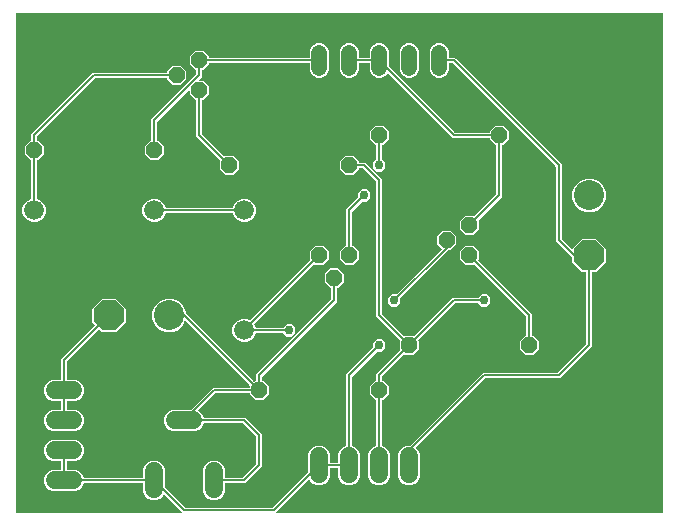
<source format=gbr>
G04 EAGLE Gerber X2 export*
%TF.Part,Single*%
%TF.FileFunction,Copper,L1,Top,Mixed*%
%TF.FilePolarity,Positive*%
%TF.GenerationSoftware,Autodesk,EAGLE,9.6.2*%
%TF.CreationDate,2021-04-18T15:31:11Z*%
G75*
%MOMM*%
%FSLAX34Y34*%
%LPD*%
%INTop Copper*%
%AMOC8*
5,1,8,0,0,1.08239X$1,22.5*%
G01*
%ADD10C,2.540000*%
%ADD11P,2.749271X8X202.500000*%
%ADD12P,2.749271X8X292.500000*%
%ADD13C,1.676400*%
%ADD14P,1.429621X8X202.500000*%
%ADD15P,1.429621X8X112.500000*%
%ADD16P,1.429621X8X22.500000*%
%ADD17C,1.524000*%
%ADD18C,1.320800*%
%ADD19C,0.152400*%
%ADD20C,0.756400*%

G36*
X558045Y10160D02*
X558045Y10160D01*
X558044Y10160D01*
X558045Y10160D01*
X558045Y434240D01*
X558040Y434245D01*
X558040Y434244D01*
X558040Y434245D01*
X10160Y434245D01*
X10155Y434240D01*
X10156Y434240D01*
X10155Y434240D01*
X10155Y10160D01*
X10160Y10155D01*
X10160Y10156D01*
X10160Y10155D01*
X558040Y10155D01*
X558045Y10160D01*
G37*
%LPC*%
G36*
X151455Y10419D02*
X151455Y10419D01*
X150117Y11757D01*
X135287Y26587D01*
X135286Y26587D01*
X135286Y26588D01*
X135284Y26587D01*
X135280Y26587D01*
X135280Y26586D01*
X135279Y26585D01*
X134748Y25303D01*
X132177Y22732D01*
X128818Y21341D01*
X125182Y21341D01*
X121823Y22732D01*
X119252Y25303D01*
X117861Y28662D01*
X117861Y35814D01*
X117856Y35819D01*
X117856Y35818D01*
X117856Y35819D01*
X67371Y35819D01*
X67368Y35816D01*
X67366Y35816D01*
X66168Y32923D01*
X63597Y30352D01*
X60238Y28961D01*
X41362Y28961D01*
X38003Y30352D01*
X35432Y32923D01*
X34041Y36282D01*
X34041Y39918D01*
X35432Y43277D01*
X38003Y45848D01*
X41362Y47239D01*
X48514Y47239D01*
X48519Y47244D01*
X48518Y47244D01*
X48519Y47244D01*
X48519Y54356D01*
X48514Y54361D01*
X48514Y54360D01*
X48514Y54361D01*
X41362Y54361D01*
X38003Y55752D01*
X35432Y58323D01*
X34041Y61682D01*
X34041Y65318D01*
X35432Y68677D01*
X38003Y71248D01*
X41362Y72639D01*
X60238Y72639D01*
X63597Y71248D01*
X66168Y68677D01*
X67559Y65318D01*
X67559Y61682D01*
X66168Y58323D01*
X63597Y55752D01*
X60238Y54361D01*
X53086Y54361D01*
X53081Y54356D01*
X53082Y54356D01*
X53081Y54356D01*
X53081Y47244D01*
X53086Y47239D01*
X53086Y47240D01*
X53086Y47239D01*
X60238Y47239D01*
X63597Y45848D01*
X66168Y43277D01*
X67366Y40384D01*
X67369Y40383D01*
X67371Y40381D01*
X117856Y40381D01*
X117861Y40386D01*
X117860Y40386D01*
X117861Y40386D01*
X117861Y47538D01*
X119252Y50897D01*
X121823Y53468D01*
X125182Y54859D01*
X128818Y54859D01*
X132177Y53468D01*
X134748Y50897D01*
X136139Y47538D01*
X136139Y32189D01*
X136141Y32187D01*
X136141Y32185D01*
X153343Y14983D01*
X153346Y14982D01*
X153347Y14981D01*
X227653Y14981D01*
X227655Y14983D01*
X227657Y14983D01*
X257559Y44885D01*
X257560Y44888D01*
X257561Y44889D01*
X257561Y60238D01*
X258952Y63597D01*
X261523Y66168D01*
X264882Y67559D01*
X268518Y67559D01*
X271877Y66168D01*
X274448Y63597D01*
X275839Y60238D01*
X275839Y53086D01*
X275844Y53081D01*
X275844Y53082D01*
X275844Y53081D01*
X282956Y53081D01*
X282961Y53086D01*
X282960Y53086D01*
X282961Y53086D01*
X282961Y60238D01*
X284352Y63597D01*
X286923Y66168D01*
X289816Y67366D01*
X289817Y67369D01*
X289818Y67370D01*
X289819Y67371D01*
X289819Y127945D01*
X312197Y150323D01*
X312198Y150326D01*
X312199Y150327D01*
X312199Y154596D01*
X315304Y157701D01*
X319696Y157701D01*
X322801Y154596D01*
X322801Y150204D01*
X319696Y147099D01*
X315427Y147099D01*
X315425Y147097D01*
X315423Y147097D01*
X294383Y126057D01*
X294382Y126054D01*
X294381Y126053D01*
X294381Y67371D01*
X294384Y67368D01*
X294384Y67366D01*
X297277Y66168D01*
X299848Y63597D01*
X301239Y60238D01*
X301239Y41362D01*
X299848Y38003D01*
X297277Y35432D01*
X293918Y34041D01*
X290282Y34041D01*
X286923Y35432D01*
X284352Y38003D01*
X282961Y41362D01*
X282961Y48514D01*
X282956Y48519D01*
X282956Y48518D01*
X282956Y48519D01*
X275844Y48519D01*
X275839Y48514D01*
X275840Y48514D01*
X275839Y48514D01*
X275839Y41362D01*
X274448Y38003D01*
X271877Y35432D01*
X268518Y34041D01*
X264882Y34041D01*
X261523Y35432D01*
X258952Y38003D01*
X258421Y39285D01*
X258420Y39286D01*
X258418Y39287D01*
X258415Y39288D01*
X258414Y39287D01*
X258413Y39287D01*
X229545Y10419D01*
X151455Y10419D01*
G37*
%LPD*%
%LPC*%
G36*
X175982Y21341D02*
X175982Y21341D01*
X172623Y22732D01*
X170052Y25303D01*
X168661Y28662D01*
X168661Y47538D01*
X170052Y50897D01*
X172623Y53468D01*
X175982Y54859D01*
X179618Y54859D01*
X182977Y53468D01*
X185548Y50897D01*
X186939Y47538D01*
X186939Y40386D01*
X186944Y40381D01*
X186944Y40382D01*
X186944Y40381D01*
X202253Y40381D01*
X202255Y40383D01*
X202257Y40383D01*
X213617Y51743D01*
X213618Y51746D01*
X213619Y51747D01*
X213619Y75253D01*
X213617Y75255D01*
X213617Y75257D01*
X202257Y86617D01*
X202254Y86618D01*
X202253Y86619D01*
X168971Y86619D01*
X168968Y86616D01*
X168966Y86616D01*
X167768Y83723D01*
X165197Y81152D01*
X161838Y79761D01*
X142962Y79761D01*
X139603Y81152D01*
X137032Y83723D01*
X135641Y87082D01*
X135641Y90718D01*
X137032Y94077D01*
X139603Y96648D01*
X142962Y98039D01*
X158311Y98039D01*
X158313Y98041D01*
X158315Y98041D01*
X176855Y116581D01*
X207772Y116581D01*
X207777Y116586D01*
X207776Y116586D01*
X207777Y116586D01*
X207777Y117665D01*
X208539Y118427D01*
X208540Y118434D01*
X208539Y118434D01*
X153363Y173611D01*
X153362Y173611D01*
X153362Y173612D01*
X153361Y173611D01*
X153360Y173612D01*
X153359Y173612D01*
X153358Y173611D01*
X153356Y173611D01*
X153356Y173610D01*
X153355Y173609D01*
X151754Y169746D01*
X147754Y165746D01*
X142528Y163581D01*
X136872Y163581D01*
X131646Y165746D01*
X127646Y169746D01*
X125481Y174972D01*
X125481Y180628D01*
X127646Y185854D01*
X131646Y189854D01*
X136872Y192019D01*
X142528Y192019D01*
X147754Y189854D01*
X151754Y185854D01*
X153919Y180628D01*
X153919Y179509D01*
X153921Y179507D01*
X153921Y179505D01*
X211766Y121661D01*
X211772Y121660D01*
X211772Y121661D01*
X211773Y121661D01*
X212535Y122423D01*
X213614Y122423D01*
X213619Y122428D01*
X213618Y122428D01*
X213619Y122428D01*
X213619Y127945D01*
X277117Y191443D01*
X277118Y191446D01*
X277119Y191447D01*
X277119Y201422D01*
X277114Y201427D01*
X277114Y201426D01*
X277114Y201427D01*
X276035Y201427D01*
X271277Y206185D01*
X271277Y212915D01*
X276035Y217673D01*
X282765Y217673D01*
X287523Y212915D01*
X287523Y206185D01*
X282765Y201427D01*
X281686Y201427D01*
X281681Y201422D01*
X281682Y201422D01*
X281681Y201422D01*
X281681Y189555D01*
X218183Y126057D01*
X218182Y126054D01*
X218181Y126053D01*
X218181Y122428D01*
X218186Y122423D01*
X218186Y122424D01*
X218186Y122423D01*
X219265Y122423D01*
X224023Y117665D01*
X224023Y110935D01*
X219265Y106177D01*
X212535Y106177D01*
X207777Y110935D01*
X207777Y112014D01*
X207772Y112019D01*
X207772Y112018D01*
X207772Y112019D01*
X178747Y112019D01*
X178745Y112017D01*
X178743Y112017D01*
X163913Y97187D01*
X163913Y97186D01*
X163912Y97186D01*
X163913Y97184D01*
X163913Y97180D01*
X163914Y97180D01*
X163915Y97179D01*
X165197Y96648D01*
X167768Y94077D01*
X168966Y91184D01*
X168969Y91183D01*
X168971Y91181D01*
X204145Y91181D01*
X218181Y77145D01*
X218181Y49855D01*
X204145Y35819D01*
X186944Y35819D01*
X186939Y35814D01*
X186940Y35814D01*
X186939Y35814D01*
X186939Y28662D01*
X185548Y25303D01*
X182977Y22732D01*
X179618Y21341D01*
X175982Y21341D01*
G37*
%LPD*%
%LPC*%
G36*
X341082Y34041D02*
X341082Y34041D01*
X337723Y35432D01*
X335152Y38003D01*
X333761Y41362D01*
X333761Y60238D01*
X335152Y63597D01*
X337723Y66168D01*
X341082Y67559D01*
X343731Y67559D01*
X343733Y67561D01*
X343735Y67561D01*
X405455Y129281D01*
X468953Y129281D01*
X468955Y129283D01*
X468957Y129283D01*
X493017Y153343D01*
X493018Y153346D01*
X493019Y153347D01*
X493019Y214376D01*
X493014Y214381D01*
X493014Y214380D01*
X493014Y214381D01*
X489410Y214381D01*
X481081Y222710D01*
X481081Y226891D01*
X481079Y226893D01*
X481079Y226895D01*
X467619Y240355D01*
X467619Y303853D01*
X467617Y303855D01*
X467617Y303857D01*
X380057Y391417D01*
X380054Y391418D01*
X380053Y391419D01*
X376428Y391419D01*
X376423Y391414D01*
X376424Y391414D01*
X376423Y391414D01*
X376423Y385480D01*
X375187Y382495D01*
X372901Y380209D01*
X369916Y378973D01*
X366684Y378973D01*
X363699Y380209D01*
X361413Y382495D01*
X360177Y385480D01*
X360177Y401920D01*
X361413Y404905D01*
X363699Y407191D01*
X366684Y408427D01*
X369916Y408427D01*
X372901Y407191D01*
X375187Y404905D01*
X376423Y401920D01*
X376423Y395986D01*
X376428Y395981D01*
X376428Y395982D01*
X376428Y395981D01*
X381945Y395981D01*
X472181Y305745D01*
X472181Y242247D01*
X472183Y242245D01*
X472183Y242243D01*
X481072Y233354D01*
X481074Y233354D01*
X481075Y233352D01*
X481077Y233354D01*
X481079Y233353D01*
X481079Y233356D01*
X481081Y233357D01*
X481081Y234490D01*
X489410Y242819D01*
X501190Y242819D01*
X509519Y234490D01*
X509519Y222710D01*
X501190Y214381D01*
X497586Y214381D01*
X497581Y214376D01*
X497581Y151455D01*
X470845Y124719D01*
X407347Y124719D01*
X407345Y124717D01*
X407343Y124717D01*
X348439Y65813D01*
X348439Y65811D01*
X348438Y65811D01*
X348439Y65810D01*
X348439Y65806D01*
X350648Y63597D01*
X352039Y60238D01*
X352039Y41362D01*
X350648Y38003D01*
X348077Y35432D01*
X344718Y34041D01*
X341082Y34041D01*
G37*
%LPD*%
%LPC*%
G36*
X315682Y34041D02*
X315682Y34041D01*
X312323Y35432D01*
X309752Y38003D01*
X308361Y41362D01*
X308361Y60238D01*
X309752Y63597D01*
X312323Y66168D01*
X315216Y67366D01*
X315217Y67369D01*
X315218Y67370D01*
X315219Y67371D01*
X315219Y106172D01*
X315214Y106177D01*
X315214Y106176D01*
X315214Y106177D01*
X314135Y106177D01*
X309377Y110935D01*
X309377Y117665D01*
X314135Y122423D01*
X315214Y122423D01*
X315219Y122428D01*
X315218Y122428D01*
X315219Y122428D01*
X315219Y127945D01*
X335539Y148266D01*
X335540Y148272D01*
X335539Y148272D01*
X335539Y148273D01*
X334777Y149035D01*
X334777Y155765D01*
X335539Y156527D01*
X335540Y156534D01*
X335539Y156534D01*
X316557Y175517D01*
X315219Y176855D01*
X315219Y291153D01*
X315217Y291155D01*
X315217Y291157D01*
X303857Y302517D01*
X303854Y302518D01*
X303853Y302519D01*
X300228Y302519D01*
X300223Y302514D01*
X300224Y302514D01*
X300223Y302514D01*
X300223Y301435D01*
X295465Y296677D01*
X288735Y296677D01*
X283977Y301435D01*
X283977Y308165D01*
X288735Y312923D01*
X295465Y312923D01*
X300223Y308165D01*
X300223Y307086D01*
X300228Y307081D01*
X300228Y307082D01*
X300228Y307081D01*
X305745Y307081D01*
X319781Y293045D01*
X319781Y178747D01*
X319783Y178745D01*
X319783Y178743D01*
X338766Y159761D01*
X338768Y159760D01*
X338769Y159759D01*
X338770Y159760D01*
X338772Y159760D01*
X338772Y159761D01*
X338773Y159761D01*
X339535Y160523D01*
X346265Y160523D01*
X347027Y159761D01*
X347030Y159760D01*
X347031Y159759D01*
X347032Y159760D01*
X347034Y159760D01*
X347034Y159761D01*
X378717Y191443D01*
X380055Y192781D01*
X401182Y192781D01*
X401184Y192783D01*
X401186Y192783D01*
X404204Y195801D01*
X408596Y195801D01*
X411701Y192696D01*
X411701Y188304D01*
X408596Y185199D01*
X404204Y185199D01*
X401186Y188217D01*
X401183Y188218D01*
X401182Y188219D01*
X381947Y188219D01*
X381945Y188217D01*
X381943Y188217D01*
X350261Y156534D01*
X350260Y156528D01*
X350261Y156528D01*
X350261Y156527D01*
X351023Y155765D01*
X351023Y149035D01*
X346265Y144277D01*
X339535Y144277D01*
X338773Y145039D01*
X338766Y145040D01*
X338766Y145039D01*
X319783Y126057D01*
X319782Y126054D01*
X319781Y126053D01*
X319781Y122428D01*
X319786Y122423D01*
X319786Y122424D01*
X319786Y122423D01*
X320865Y122423D01*
X325623Y117665D01*
X325623Y110935D01*
X320865Y106177D01*
X319786Y106177D01*
X319781Y106172D01*
X319781Y67371D01*
X319784Y67368D01*
X319784Y67366D01*
X322677Y66168D01*
X325248Y63597D01*
X326639Y60238D01*
X326639Y41362D01*
X325248Y38003D01*
X322677Y35432D01*
X319318Y34041D01*
X315682Y34041D01*
G37*
%LPD*%
%LPC*%
G36*
X187135Y296677D02*
X187135Y296677D01*
X182377Y301435D01*
X182377Y308165D01*
X183139Y308927D01*
X183140Y308929D01*
X183141Y308930D01*
X183140Y308932D01*
X183140Y308934D01*
X183139Y308934D01*
X164157Y327917D01*
X162819Y329255D01*
X162819Y360172D01*
X162814Y360177D01*
X162814Y360176D01*
X162814Y360177D01*
X161735Y360177D01*
X156977Y364935D01*
X156977Y369639D01*
X156976Y369640D01*
X156976Y369642D01*
X156974Y369642D01*
X156972Y369644D01*
X156971Y369642D01*
X156968Y369642D01*
X129283Y341957D01*
X129283Y341955D01*
X129282Y341954D01*
X129281Y341953D01*
X129281Y325628D01*
X129286Y325623D01*
X129286Y325624D01*
X129286Y325623D01*
X130365Y325623D01*
X135123Y320865D01*
X135123Y314135D01*
X130365Y309377D01*
X123635Y309377D01*
X118877Y314135D01*
X118877Y320865D01*
X123635Y325623D01*
X124714Y325623D01*
X124719Y325628D01*
X124718Y325628D01*
X124719Y325628D01*
X124719Y343845D01*
X162817Y381943D01*
X162817Y381945D01*
X162819Y381946D01*
X162818Y381947D01*
X162819Y381947D01*
X162819Y385572D01*
X162814Y385577D01*
X162814Y385576D01*
X162814Y385577D01*
X161735Y385577D01*
X156977Y390335D01*
X156977Y397065D01*
X161735Y401823D01*
X168465Y401823D01*
X173223Y397065D01*
X173223Y395986D01*
X173228Y395981D01*
X173228Y395982D01*
X173228Y395981D01*
X258572Y395981D01*
X258577Y395986D01*
X258576Y395986D01*
X258577Y395986D01*
X258577Y401920D01*
X259813Y404905D01*
X262099Y407191D01*
X265084Y408427D01*
X268316Y408427D01*
X271301Y407191D01*
X273587Y404905D01*
X274823Y401920D01*
X274823Y385480D01*
X273587Y382495D01*
X271301Y380209D01*
X268316Y378973D01*
X265084Y378973D01*
X262099Y380209D01*
X259813Y382495D01*
X258577Y385480D01*
X258577Y391414D01*
X258572Y391419D01*
X258572Y391418D01*
X258572Y391419D01*
X173228Y391419D01*
X173223Y391414D01*
X173224Y391414D01*
X173223Y391414D01*
X173223Y390335D01*
X168465Y385577D01*
X167386Y385577D01*
X167381Y385572D01*
X167382Y385572D01*
X167381Y385572D01*
X167381Y380055D01*
X163758Y376432D01*
X163758Y376430D01*
X163756Y376429D01*
X163758Y376427D01*
X163757Y376425D01*
X163760Y376425D01*
X163761Y376423D01*
X168465Y376423D01*
X173223Y371665D01*
X173223Y364935D01*
X168465Y360177D01*
X167386Y360177D01*
X167381Y360172D01*
X167382Y360172D01*
X167381Y360172D01*
X167381Y331147D01*
X167383Y331145D01*
X167383Y331143D01*
X186366Y312161D01*
X186372Y312160D01*
X186372Y312161D01*
X186373Y312161D01*
X187135Y312923D01*
X193865Y312923D01*
X198623Y308165D01*
X198623Y301435D01*
X193865Y296677D01*
X187135Y296677D01*
G37*
%LPD*%
%LPC*%
G36*
X390335Y245877D02*
X390335Y245877D01*
X385577Y250635D01*
X385577Y257365D01*
X390335Y262123D01*
X397065Y262123D01*
X397827Y261361D01*
X397830Y261360D01*
X397831Y261360D01*
X397834Y261360D01*
X397834Y261361D01*
X416817Y280343D01*
X416817Y280345D01*
X416818Y280345D01*
X416817Y280345D01*
X416818Y280346D01*
X416819Y280347D01*
X416819Y322072D01*
X416814Y322077D01*
X416814Y322076D01*
X416814Y322077D01*
X415735Y322077D01*
X410977Y326835D01*
X410977Y327914D01*
X410972Y327919D01*
X410972Y327918D01*
X410972Y327919D01*
X380055Y327919D01*
X324712Y383262D01*
X324711Y383262D01*
X324711Y383263D01*
X324709Y383262D01*
X324705Y383262D01*
X324705Y383261D01*
X324704Y383260D01*
X324387Y382495D01*
X322101Y380209D01*
X319116Y378973D01*
X315884Y378973D01*
X312899Y380209D01*
X310613Y382495D01*
X309377Y385480D01*
X309377Y391414D01*
X309372Y391419D01*
X309372Y391418D01*
X309372Y391419D01*
X300228Y391419D01*
X300223Y391414D01*
X300224Y391414D01*
X300223Y391414D01*
X300223Y385480D01*
X298987Y382495D01*
X296701Y380209D01*
X293716Y378973D01*
X290484Y378973D01*
X287499Y380209D01*
X285213Y382495D01*
X283977Y385480D01*
X283977Y401920D01*
X285213Y404905D01*
X287499Y407191D01*
X290484Y408427D01*
X293716Y408427D01*
X296701Y407191D01*
X298987Y404905D01*
X300223Y401920D01*
X300223Y395986D01*
X300228Y395981D01*
X300228Y395982D01*
X300228Y395981D01*
X309372Y395981D01*
X309377Y395986D01*
X309376Y395986D01*
X309377Y395986D01*
X309377Y401920D01*
X310613Y404905D01*
X312899Y407191D01*
X315884Y408427D01*
X319116Y408427D01*
X322101Y407191D01*
X324387Y404905D01*
X325623Y401920D01*
X325623Y388805D01*
X325625Y388803D01*
X325625Y388801D01*
X381943Y332483D01*
X381946Y332482D01*
X381947Y332481D01*
X410972Y332481D01*
X410977Y332486D01*
X410976Y332486D01*
X410977Y332486D01*
X410977Y333565D01*
X415735Y338323D01*
X422465Y338323D01*
X427223Y333565D01*
X427223Y326835D01*
X422465Y322077D01*
X421386Y322077D01*
X421381Y322072D01*
X421382Y322072D01*
X421381Y322072D01*
X421381Y278455D01*
X401061Y258134D01*
X401060Y258132D01*
X401059Y258131D01*
X401060Y258130D01*
X401060Y258128D01*
X401061Y258128D01*
X401061Y258127D01*
X401823Y257365D01*
X401823Y250635D01*
X397065Y245877D01*
X390335Y245877D01*
G37*
%LPD*%
%LPC*%
G36*
X41362Y79761D02*
X41362Y79761D01*
X38003Y81152D01*
X35432Y83723D01*
X34041Y87082D01*
X34041Y90718D01*
X35432Y94077D01*
X38003Y96648D01*
X41362Y98039D01*
X48514Y98039D01*
X48519Y98044D01*
X48518Y98044D01*
X48519Y98044D01*
X48519Y105156D01*
X48514Y105161D01*
X48514Y105160D01*
X48514Y105161D01*
X41362Y105161D01*
X38003Y106552D01*
X35432Y109123D01*
X34041Y112482D01*
X34041Y116118D01*
X35432Y119477D01*
X38003Y122048D01*
X41362Y123439D01*
X48514Y123439D01*
X48519Y123444D01*
X48518Y123444D01*
X48519Y123444D01*
X48519Y140645D01*
X77229Y169355D01*
X77229Y169357D01*
X77230Y169358D01*
X77229Y169359D01*
X77229Y169362D01*
X74681Y171910D01*
X74681Y183690D01*
X83010Y192019D01*
X94790Y192019D01*
X103119Y183690D01*
X103119Y171910D01*
X94790Y163581D01*
X83010Y163581D01*
X80462Y166129D01*
X80460Y166129D01*
X80458Y166129D01*
X80456Y166129D01*
X80455Y166129D01*
X53083Y138757D01*
X53082Y138754D01*
X53081Y138753D01*
X53081Y123444D01*
X53086Y123439D01*
X53086Y123440D01*
X53086Y123439D01*
X60238Y123439D01*
X63597Y122048D01*
X66168Y119477D01*
X67559Y116118D01*
X67559Y112482D01*
X66168Y109123D01*
X63597Y106552D01*
X60238Y105161D01*
X53086Y105161D01*
X53081Y105156D01*
X53082Y105156D01*
X53081Y105156D01*
X53081Y98044D01*
X53086Y98039D01*
X53086Y98040D01*
X53086Y98039D01*
X60238Y98039D01*
X63597Y96648D01*
X66168Y94077D01*
X67559Y90718D01*
X67559Y87082D01*
X66168Y83723D01*
X63597Y81152D01*
X60238Y79761D01*
X41362Y79761D01*
G37*
%LPD*%
%LPC*%
G36*
X23430Y256799D02*
X23430Y256799D01*
X19791Y258306D01*
X17006Y261091D01*
X15499Y264730D01*
X15499Y268670D01*
X17006Y272309D01*
X19791Y275094D01*
X23116Y276471D01*
X23117Y276473D01*
X23118Y276475D01*
X23119Y276475D01*
X23119Y309372D01*
X23114Y309377D01*
X23114Y309376D01*
X23114Y309377D01*
X22035Y309377D01*
X17277Y314135D01*
X17277Y320865D01*
X22035Y325623D01*
X23114Y325623D01*
X23119Y325628D01*
X23118Y325628D01*
X23119Y325628D01*
X23119Y331145D01*
X75255Y383281D01*
X137922Y383281D01*
X137927Y383286D01*
X137926Y383286D01*
X137927Y383286D01*
X137927Y384365D01*
X142685Y389123D01*
X149415Y389123D01*
X154173Y384365D01*
X154173Y377635D01*
X149415Y372877D01*
X142685Y372877D01*
X137927Y377635D01*
X137927Y378714D01*
X137922Y378719D01*
X137922Y378718D01*
X137922Y378719D01*
X77147Y378719D01*
X77145Y378717D01*
X77143Y378717D01*
X27683Y329257D01*
X27683Y329255D01*
X27681Y329254D01*
X27682Y329254D01*
X27681Y329253D01*
X27681Y325628D01*
X27686Y325623D01*
X27686Y325624D01*
X27686Y325623D01*
X28765Y325623D01*
X33523Y320865D01*
X33523Y314135D01*
X28765Y309377D01*
X27686Y309377D01*
X27681Y309372D01*
X27682Y309372D01*
X27681Y309372D01*
X27681Y276475D01*
X27684Y276473D01*
X27684Y276471D01*
X31009Y275094D01*
X33794Y272309D01*
X35301Y268669D01*
X35301Y264731D01*
X33794Y261091D01*
X31009Y258306D01*
X27370Y256799D01*
X23430Y256799D01*
G37*
%LPD*%
%LPC*%
G36*
X201230Y155199D02*
X201230Y155199D01*
X197591Y156706D01*
X194806Y159491D01*
X193299Y163130D01*
X193299Y167070D01*
X194806Y170709D01*
X197591Y173494D01*
X201231Y175001D01*
X205169Y175001D01*
X208494Y173624D01*
X208497Y173625D01*
X208499Y173625D01*
X259339Y224466D01*
X259340Y224472D01*
X259339Y224472D01*
X259339Y224473D01*
X258577Y225235D01*
X258577Y231965D01*
X263335Y236723D01*
X270065Y236723D01*
X274823Y231965D01*
X274823Y225235D01*
X270065Y220477D01*
X263335Y220477D01*
X262573Y221239D01*
X262566Y221240D01*
X262566Y221239D01*
X211725Y170399D01*
X211725Y170395D01*
X211724Y170394D01*
X212971Y167384D01*
X212974Y167383D01*
X212975Y167381D01*
X236082Y167381D01*
X236084Y167383D01*
X236086Y167383D01*
X239104Y170401D01*
X243496Y170401D01*
X246601Y167296D01*
X246601Y162904D01*
X243496Y159799D01*
X239104Y159799D01*
X236086Y162817D01*
X236083Y162818D01*
X236082Y162819D01*
X212975Y162819D01*
X212973Y162816D01*
X212971Y162816D01*
X211594Y159491D01*
X208809Y156706D01*
X205170Y155199D01*
X201230Y155199D01*
G37*
%LPD*%
%LPC*%
G36*
X125030Y256799D02*
X125030Y256799D01*
X121391Y258306D01*
X118606Y261091D01*
X117099Y264730D01*
X117099Y268670D01*
X118606Y272309D01*
X121391Y275094D01*
X125031Y276601D01*
X128969Y276601D01*
X132609Y275094D01*
X135394Y272309D01*
X136771Y268984D01*
X136774Y268983D01*
X136775Y268981D01*
X193425Y268981D01*
X193427Y268984D01*
X193429Y268984D01*
X194806Y272309D01*
X197591Y275094D01*
X201231Y276601D01*
X205169Y276601D01*
X208809Y275094D01*
X211594Y272309D01*
X213101Y268669D01*
X213101Y264731D01*
X211594Y261091D01*
X208809Y258306D01*
X205170Y256799D01*
X201230Y256799D01*
X197591Y258306D01*
X194806Y261091D01*
X193429Y264416D01*
X193426Y264417D01*
X193425Y264419D01*
X136775Y264419D01*
X136773Y264416D01*
X136771Y264416D01*
X135394Y261091D01*
X132609Y258306D01*
X128970Y256799D01*
X125030Y256799D01*
G37*
%LPD*%
%LPC*%
G36*
X441135Y144277D02*
X441135Y144277D01*
X436377Y149035D01*
X436377Y155765D01*
X441135Y160523D01*
X442214Y160523D01*
X442219Y160528D01*
X442218Y160528D01*
X442219Y160528D01*
X442219Y176853D01*
X442217Y176855D01*
X442217Y176857D01*
X397834Y221239D01*
X397828Y221240D01*
X397828Y221239D01*
X397827Y221239D01*
X397065Y220477D01*
X390335Y220477D01*
X385577Y225235D01*
X385577Y231965D01*
X390335Y236723D01*
X397065Y236723D01*
X401823Y231965D01*
X401823Y225235D01*
X401061Y224473D01*
X401060Y224466D01*
X401061Y224466D01*
X445443Y180083D01*
X446781Y178745D01*
X446781Y160528D01*
X446786Y160523D01*
X446786Y160524D01*
X446786Y160523D01*
X447865Y160523D01*
X452623Y155765D01*
X452623Y149035D01*
X447865Y144277D01*
X441135Y144277D01*
G37*
%LPD*%
%LPC*%
G36*
X492472Y265181D02*
X492472Y265181D01*
X487246Y267346D01*
X483246Y271346D01*
X481081Y276572D01*
X481081Y282228D01*
X483246Y287454D01*
X487246Y291454D01*
X492472Y293619D01*
X498128Y293619D01*
X503354Y291454D01*
X507354Y287454D01*
X509519Y282228D01*
X509519Y276572D01*
X507354Y271346D01*
X503354Y267346D01*
X498128Y265181D01*
X492472Y265181D01*
G37*
%LPD*%
%LPC*%
G36*
X328004Y185199D02*
X328004Y185199D01*
X324899Y188304D01*
X324899Y192696D01*
X328004Y195801D01*
X332273Y195801D01*
X332275Y195803D01*
X332277Y195803D01*
X370464Y233991D01*
X370465Y233997D01*
X370464Y233997D01*
X370464Y233998D01*
X366527Y237935D01*
X366527Y244665D01*
X371285Y249423D01*
X378015Y249423D01*
X382773Y244665D01*
X382773Y237935D01*
X378015Y233177D01*
X376105Y233177D01*
X376103Y233175D01*
X376101Y233175D01*
X335503Y192577D01*
X335503Y192575D01*
X335501Y192574D01*
X335501Y192573D01*
X335501Y188304D01*
X332396Y185199D01*
X328004Y185199D01*
G37*
%LPD*%
%LPC*%
G36*
X288735Y220477D02*
X288735Y220477D01*
X283977Y225235D01*
X283977Y231965D01*
X288735Y236723D01*
X289814Y236723D01*
X289819Y236728D01*
X289818Y236728D01*
X289819Y236728D01*
X289819Y267645D01*
X299497Y277323D01*
X299498Y277326D01*
X299499Y277327D01*
X299499Y281596D01*
X302604Y284701D01*
X306996Y284701D01*
X310101Y281596D01*
X310101Y277204D01*
X306996Y274099D01*
X302727Y274099D01*
X302725Y274097D01*
X302723Y274097D01*
X294383Y265757D01*
X294383Y265754D01*
X294381Y265753D01*
X294381Y236728D01*
X294386Y236723D01*
X294386Y236724D01*
X294386Y236723D01*
X295465Y236723D01*
X300223Y231965D01*
X300223Y225235D01*
X295465Y220477D01*
X288735Y220477D01*
G37*
%LPD*%
%LPC*%
G36*
X341284Y378973D02*
X341284Y378973D01*
X338299Y380209D01*
X336013Y382495D01*
X334777Y385480D01*
X334777Y401920D01*
X336013Y404905D01*
X338299Y407191D01*
X341284Y408427D01*
X344516Y408427D01*
X347501Y407191D01*
X349787Y404905D01*
X351023Y401920D01*
X351023Y385480D01*
X349787Y382495D01*
X347501Y380209D01*
X344516Y378973D01*
X341284Y378973D01*
G37*
%LPD*%
%LPC*%
G36*
X315304Y299499D02*
X315304Y299499D01*
X312199Y302604D01*
X312199Y306996D01*
X315217Y310014D01*
X315218Y310017D01*
X315219Y310018D01*
X315219Y322072D01*
X315214Y322077D01*
X315214Y322076D01*
X315214Y322077D01*
X314135Y322077D01*
X309377Y326835D01*
X309377Y333565D01*
X314135Y338323D01*
X320865Y338323D01*
X325623Y333565D01*
X325623Y326835D01*
X320865Y322077D01*
X319786Y322077D01*
X319781Y322072D01*
X319782Y322072D01*
X319781Y322072D01*
X319781Y310018D01*
X319783Y310016D01*
X319783Y310014D01*
X322801Y306996D01*
X322801Y302604D01*
X319696Y299499D01*
X315304Y299499D01*
G37*
%LPD*%
D10*
X139700Y177800D03*
D11*
X88900Y177800D03*
D10*
X495300Y279400D03*
D12*
X495300Y228600D03*
D13*
X25400Y266700D03*
X127000Y266700D03*
X203200Y266700D03*
X203200Y165100D03*
D14*
X266700Y228600D03*
X279400Y209550D03*
X292100Y228600D03*
D15*
X165100Y393700D03*
X146050Y381000D03*
X165100Y368300D03*
X393700Y254000D03*
X374650Y241300D03*
X393700Y228600D03*
D16*
X215900Y114300D03*
X317500Y114300D03*
X25400Y317500D03*
X127000Y317500D03*
X317500Y330200D03*
X419100Y330200D03*
D14*
X292100Y304800D03*
X190500Y304800D03*
X444500Y152400D03*
X342900Y152400D03*
D17*
X58420Y38100D02*
X43180Y38100D01*
X43180Y63500D02*
X58420Y63500D01*
X58420Y88900D02*
X43180Y88900D01*
X43180Y114300D02*
X58420Y114300D01*
X342900Y58420D02*
X342900Y43180D01*
X317500Y43180D02*
X317500Y58420D01*
X292100Y58420D02*
X292100Y43180D01*
X266700Y43180D02*
X266700Y58420D01*
D18*
X368300Y387096D02*
X368300Y400304D01*
X342900Y400304D02*
X342900Y387096D01*
X317500Y387096D02*
X317500Y400304D01*
X292100Y400304D02*
X292100Y387096D01*
X266700Y387096D02*
X266700Y400304D01*
D17*
X160020Y88900D02*
X144780Y88900D01*
X127000Y45720D02*
X127000Y30480D01*
X177800Y30480D02*
X177800Y45720D01*
D19*
X177800Y38100D02*
X203200Y38100D01*
X215900Y50800D01*
X215900Y76200D01*
X203200Y88900D01*
X152400Y88900D01*
X177800Y114300D01*
X215900Y114300D01*
X152400Y177800D02*
X139700Y177800D01*
X152400Y177800D02*
X215900Y114300D01*
X279400Y190500D02*
X279400Y209550D01*
X279400Y190500D02*
X215900Y127000D01*
X215900Y114300D01*
D20*
X292100Y228600D03*
X292100Y228600D03*
D19*
X292100Y266700D01*
X304800Y279400D01*
D20*
X304800Y279400D03*
X317500Y304800D03*
D19*
X317500Y330200D01*
X266700Y228600D02*
X203200Y165100D01*
D20*
X203200Y165100D03*
X203200Y165100D03*
X241300Y165100D03*
X330200Y190500D03*
D19*
X374650Y234950D01*
X374650Y241300D01*
X241300Y165100D02*
X203200Y165100D01*
X393700Y228600D02*
X444500Y177800D01*
X444500Y152400D01*
X203200Y266700D02*
X127000Y266700D01*
X25400Y266700D02*
X25400Y317500D01*
X76200Y381000D02*
X146050Y381000D01*
X76200Y381000D02*
X25400Y330200D01*
X25400Y317500D01*
X165100Y330200D02*
X190500Y304800D01*
X165100Y330200D02*
X165100Y368300D01*
X317500Y114300D02*
X317500Y50800D01*
X317500Y114300D02*
X317500Y127000D01*
X342900Y152400D01*
X317500Y177800D01*
X317500Y292100D01*
X304800Y304800D01*
X292100Y304800D01*
D20*
X342900Y152400D03*
X342900Y152400D03*
D19*
X381000Y190500D01*
X406400Y190500D01*
D20*
X406400Y190500D03*
D19*
X50800Y63500D02*
X50800Y38100D01*
X127000Y38100D01*
X152400Y12700D01*
X228600Y12700D01*
X266700Y50800D01*
X292100Y50800D01*
X295871Y50800D01*
X393700Y254000D02*
X419100Y279400D01*
X419100Y330200D01*
X381000Y330200D01*
X317500Y393700D01*
X292100Y127000D02*
X292100Y50800D01*
X292100Y127000D02*
X317500Y152400D01*
D20*
X317500Y152400D03*
D19*
X317500Y393700D02*
X292100Y393700D01*
X266700Y393700D02*
X165100Y393700D01*
X127000Y342900D02*
X127000Y317500D01*
X165100Y381000D02*
X165100Y393700D01*
X165100Y381000D02*
X127000Y342900D01*
X50800Y139700D02*
X50800Y114300D01*
X50800Y139700D02*
X88900Y177800D01*
X50800Y114300D02*
X50800Y88900D01*
X342900Y63500D02*
X342900Y50800D01*
X406400Y127000D02*
X469900Y127000D01*
X495300Y152400D01*
X495300Y228600D01*
X406400Y127000D02*
X342900Y63500D01*
X368300Y393700D02*
X381000Y393700D01*
X469900Y304800D02*
X469900Y241300D01*
X482600Y228600D01*
X495300Y228600D01*
X469900Y304800D02*
X381000Y393700D01*
M02*

</source>
